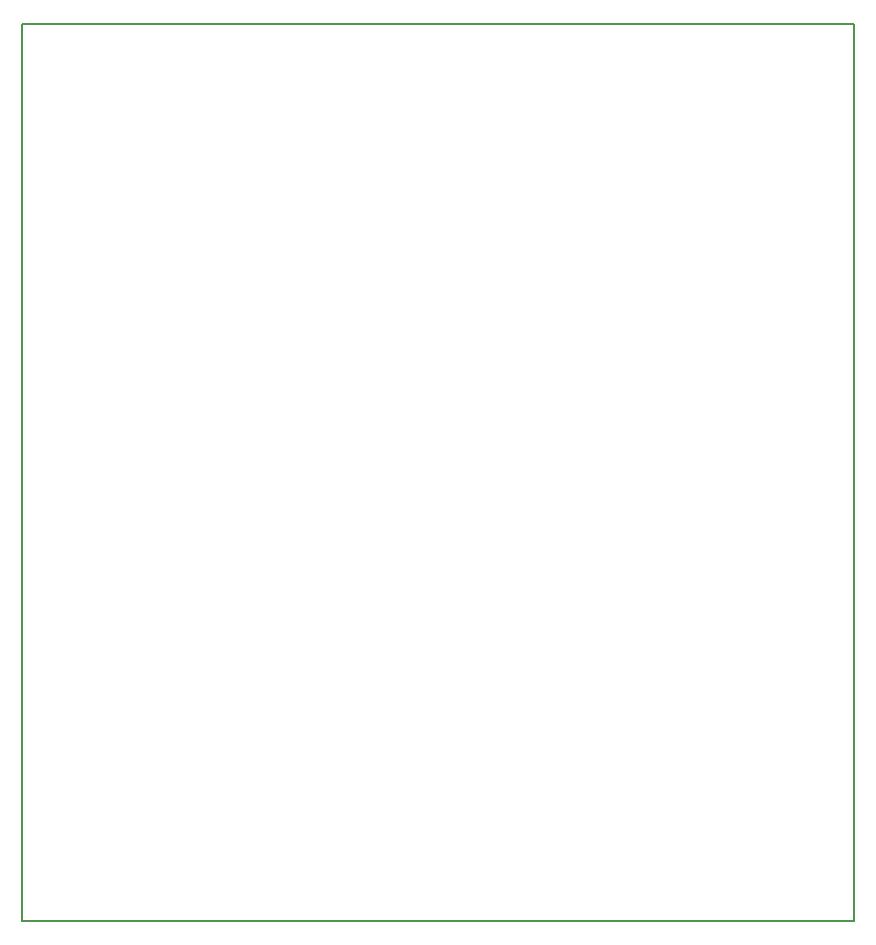
<source format=gbr>
%TF.GenerationSoftware,KiCad,Pcbnew,8.0.1*%
%TF.CreationDate,2024-04-05T16:27:54-06:00*%
%TF.ProjectId,weather_station_pico,77656174-6865-4725-9f73-746174696f6e,rev?*%
%TF.SameCoordinates,Original*%
%TF.FileFunction,Profile,NP*%
%FSLAX46Y46*%
G04 Gerber Fmt 4.6, Leading zero omitted, Abs format (unit mm)*
G04 Created by KiCad (PCBNEW 8.0.1) date 2024-04-05 16:27:54*
%MOMM*%
%LPD*%
G01*
G04 APERTURE LIST*
%TA.AperFunction,Profile*%
%ADD10C,0.200000*%
%TD*%
G04 APERTURE END LIST*
D10*
X112245000Y-68900000D02*
X182710000Y-68900000D01*
X182710000Y-144900000D01*
X112245000Y-144900000D01*
X112245000Y-68900000D01*
M02*

</source>
